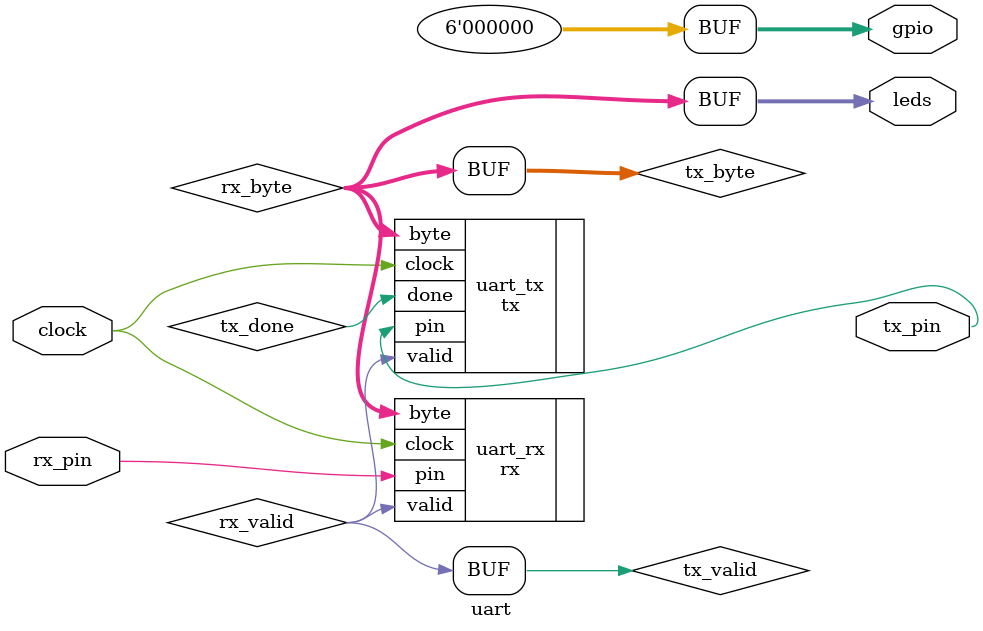
<source format=v>
module uart (clock, rx_pin, tx_pin, leds, gpio);

    // Declarations
    input wire  clock;          // Clock Input
    input wire rx_pin;          // Serial Rx pin
    output wire tx_pin;         // Transmit TX pin
    output wire [7:0] leds;     // Reporter LEDs
    output wire [5:0] gpio;     // Blanked GPIOs

    // Parameters
    parameter CLOCK_HZ = 12_000_000;
    parameter BAUD_RATE = 115200;

    // Internal
    wire rx_valid;
    wire [7:0] rx_byte;
    wire tx_valid;
    wire tx_done;
    wire [7:0] tx_byte;

    // Logic: Report
    assign gpio = 0;
    assign leds = rx_byte;

    // Logic: Echo
    assign tx_byte = rx_byte;
    assign tx_valid = rx_valid;

    // UART Receiver (Rx) module
    rx #(.BAUD_RATE(BAUD_RATE), .CLOCK_HZ(CLOCK_HZ)) uart_rx(
        .clock (clock),
        .pin   (rx_pin),
        .valid (rx_valid),
        .byte  (rx_byte)
    );

    // UART Transmitter (Tx) module
    tx #(.BAUD_RATE(BAUD_RATE), .CLOCK_HZ(CLOCK_HZ)) uart_tx(
        .clock (clock),
        .valid (tx_valid),
        .byte  (tx_byte),
        .done  (tx_done),
        .pin   (tx_pin) 
    );

endmodule
</source>
